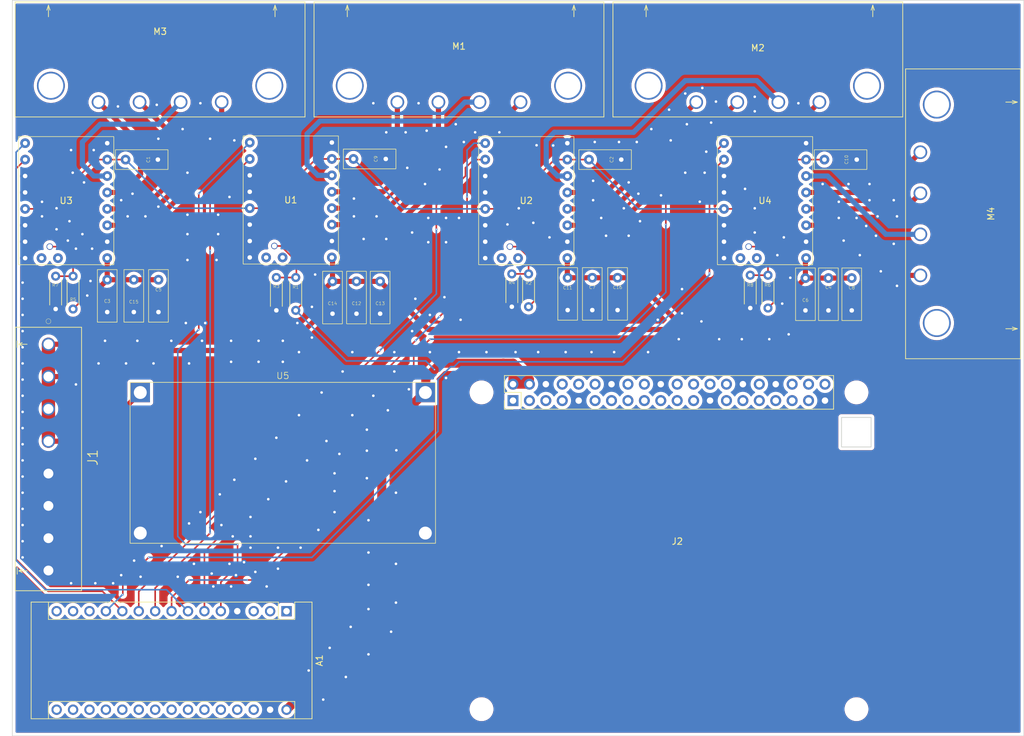
<source format=kicad_pcb>
(kicad_pcb (version 20211014) (generator pcbnew)
  (title_block (title "3D robot base PCB") (date "2022-06-25") (comment 1 "Made by:") (comment 2 "Abd AlHaleem Bakkor Mustafa"))
  (layers (0 "F.Cu" signal) (31 "B.Cu" signal) (34 "B.Paste" user) (35 "F.Paste" user) (36 "B.SilkS" user "B.Silkscreen") (37 "F.SilkS" user "F.Silkscreen") (38 "B.Mask" user) (39 "F.Mask" user) (44 "Edge.Cuts" user))
  (net 0 "")
  (net 4 "/-")
  (net 21 "/5")
  (net 22 "/+")
  (net 23 "/M11")
  (net 24 "/M12")
  (net 25 "/M13")
  (net 26 "/M14")
  (net 27 "/M21")
  (net 28 "/M22")
  (net 29 "/M23")
  (net 30 "/M24")
  (net 31 "/M31")
  (net 32 "/M32")
  (net 33 "/M33")
  (net 34 "/M34")
  (net 35 "/M41")
  (net 36 "/M42")
  (net 37 "/M43")
  (net 38 "/M44")
  (net 39 "Net-(R2-Pad2)")
  (net 40 "Net-(R5-Pad2)")
  (net 41 "Net-(R6-Pad2)")
  (net 42 "Net-(R1-Pad2)")
  (net 74 "/dir_1")
  (net 76 "/step_1")
  (net 78 "/dir_2")
  (net 80 "/step_2")
  (net 82 "/dir_3")
  (net 84 "/step_3")
  (net 86 "/dir_4")
  (net 88 "/step_4")
  (footprint "Resistor_THT:R_Axial_DIN0204_L3.6mm_D1.6mm_P5.08mm_Horizontal" (layer "F.Cu") (at 261.9248 116.2304 90)
    (fp_text reference "R4")
    (fp_text value "20k")
  )
  (footprint "Resistor_THT:R_Axial_DIN0204_L3.6mm_D1.6mm_P5.08mm_Horizontal" (layer "F.Cu") (at 225.5 116.79 90)
    (fp_text reference "R3")
    (fp_text value "20k")
  )
  (footprint "base TH:LM2596" (layer "F.Cu") (at 226.5 140.3712)
    (fp_text reference "U5")
    (fp_text value "LM2596")
  )
  (footprint "ICs:TMC2209 silent step stick" (layer "F.Cu") (at 264.16 99.822)
    (fp_text reference "U2")
    (fp_text value "TMC2209 silent step stick")
  )
  (footprint "Capacitors:R82DCXXXXCK50K" (layer "F.Cu") (at 274.3708 114.2492 -90)
    (fp_text reference "C7")
    (fp_text value "1u")
  )
  (footprint "Resistor_THT:R_Axial_DIN0204_L3.6mm_D1.6mm_P5.08mm_Horizontal" (layer "F.Cu") (at 228.5 116.79 90)
    (fp_text reference "R1")
    (fp_text value "20k")
  )
  (footprint "Module:Arduino_Nano" (layer "F.Cu") (at 227.076 163.322 -90)
    (fp_text reference "A1")
    (fp_text value "Arduino_Nano_v3.x")
  )
  (footprint "Capacitors:R82DCXXXXCK50K" (layer "F.Cu") (at 307.34 114.3 -90)
    (fp_text reference "C6")
    (fp_text value "10u")
  )
  (footprint "Resistor_THT:R_Axial_DIN0204_L3.6mm_D1.6mm_P5.08mm_Horizontal" (layer "F.Cu") (at 298.8056 116.4336 90)
    (fp_text reference "R8")
    (fp_text value "20k")
  )
  (footprint "Capacitors:R82DCXXXXCK50K" (layer "F.Cu") (at 314.5028 114.3 -90)
    (fp_text reference "C8")
    (fp_text value "100n")
  )
  (footprint "Capacitors:R82DCXXXXCK50K" (layer "F.Cu") (at 278.2824 114.2492 -90)
    (fp_text reference "C16")
    (fp_text value "100n")
  )
  (footprint "ICs:TMC2209 silent step stick" (layer "F.Cu") (at 227.7364 99.7204)
    (fp_text reference "U1")
    (fp_text value "TMC2209 silent step stick")
  )
  (footprint "Capacitors:R82DCXXXXCK50K" (layer "F.Cu") (at 312.7756 93.472 180)
    (fp_text reference "C10")
    (fp_text value "100n")
  )
  (footprint "Capacitors:R82DCXXXXCK50K" (layer "F.Cu") (at 310.896 114.3 -90)
    (fp_text reference "C4")
    (fp_text value "1u")
  )
  (footprint "Connectors:282856-8" (layer "F.Cu") (at 190.246 139.559501 -90)
    (fp_text reference "J1")
    (fp_text value "282856-8")
  )
  (footprint "Resistor_THT:R_Axial_DIN0204_L3.6mm_D1.6mm_P5.08mm_Horizontal" (layer "F.Cu") (at 194.056 116.586 90)
    (fp_text reference "R5")
    (fp_text value "20k")
  )
  (footprint "Modules:Raspberry pi 4" (layer "F.Cu") (at 297.18 153.924)
    (fp_text reference "J2")
    (fp_text value "Raspberry_Pi_2_3")
    (fp_rect (start 15.748 -20.574) (end 20.32 -16.002) (layer "Edge.Cuts") (width 0.12) (fill none))
  )
  (footprint "Connectors:1-350944-0" (layer "F.Cu") (at 207.518 84.582)
    (fp_text reference "M3")
    (fp_text value "Stepper_Motor_bipolar")
  )
  (footprint "Capacitors:R82DCXXXXCK50K" (layer "F.Cu") (at 207.264 114.554 -90)
    (fp_text reference "C5")
    (fp_text value "100n")
  )
  (footprint "Capacitors:R82DCXXXXCK50K" (layer "F.Cu") (at 237.8964 114.808 -90)
    (fp_text reference "C12")
    (fp_text value "1u")
  )
  (footprint "Connectors:1-350944-0" (layer "F.Cu") (at 325.12 101.854 -90)
    (fp_text reference "M4")
    (fp_text value "Stepper_Motor_bipolar")
  )
  (footprint "Capacitors:R82DCXXXXCK50K" (layer "F.Cu") (at 241.554 114.808 -90)
    (fp_text reference "C13")
    (fp_text value "100n")
  )
  (footprint "Resistor_THT:R_Axial_DIN0204_L3.6mm_D1.6mm_P5.08mm_Horizontal" (layer "F.Cu") (at 191.3636 116.586 90)
    (fp_text reference "R7")
    (fp_text value "20k")
  )
  (footprint "Resistor_THT:R_Axial_DIN0204_L3.6mm_D1.6mm_P5.08mm_Horizontal" (layer "F.Cu") (at 301.5488 116.4336 90)
    (fp_text reference "R6")
    (fp_text value "20k")
  )
  (footprint "Capacitors:R82DCXXXXCK50K" (layer "F.Cu") (at 203.454 114.554 -90)
    (fp_text reference "C15")
    (fp_text value "1u")
  )
  (footprint "Connectors:1-350944-0" (layer "F.Cu") (at 253.746 84.582)
    (fp_text reference "M1")
    (fp_text value "Stepper_Motor_bipolar")
  )
  (footprint "Resistor_THT:R_Axial_DIN0204_L3.6mm_D1.6mm_P5.08mm_Horizontal" (layer "F.Cu") (at 264.5156 116.2304 90)
    (fp_text reference "R2")
    (fp_text value "20k")
  )
  (footprint "ICs:TMC2209 silent step stick" (layer "F.Cu") (at 301.0916 99.822)
    (fp_text reference "U4")
    (fp_text value "TMC2209 silent step stick")
  )
  (footprint "Capacitors:R82DCXXXXCK50K" (layer "F.Cu") (at 270.5608 114.2492 -90)
    (fp_text reference "C11")
    (fp_text value "10u")
  )
  (footprint "Capacitors:R82DCXXXXCK50K" (layer "F.Cu") (at 276.352 93.472 180)
    (fp_text reference "C2")
    (fp_text value "100n")
  )
  (footprint "Capacitors:R82DCXXXXCK50K" (layer "F.Cu") (at 239.9284 93.3704 180)
    (fp_text reference "C9")
    (fp_text value "100n")
  )
  (footprint "ICs:TMC2209 silent step stick" (layer "F.Cu") (at 192.9892 99.822)
    (fp_text reference "U3")
    (fp_text value "TMC2209 silent step stick")
  )
  (footprint "Capacitors:R82DCXXXXCK50K" (layer "F.Cu") (at 234.188 114.808 -90)
    (fp_text reference "C14")
    (fp_text value "10u")
  )
  (footprint "Connectors:1-350944-0" (layer "F.Cu") (at 299.974 84.582)
    (fp_text reference "M2")
    (fp_text value "Stepper_Motor_bipolar")
  )
  (footprint "Capacitors:R82DCXXXXCK50K" (layer "F.Cu") (at 204.6732 93.472 180)
    (fp_text reference "C1")
    (fp_text value "100n")
  )
  (footprint "Capacitors:R82DCXXXXCK50K" (layer "F.Cu") (at 199.3392 114.554 -90)
    (fp_text reference "C3")
    (fp_text value "10u")
  )
  (gr_rect (start 184.658 68.834) (end 341.122 182.626) (layer "Edge.Cuts") (width 0.1) (fill none))
  (via (at 244 145) (size 0.8) (drill 0.4) (layers "F.Cu" "B.Cu") (net 4))
  (via (at 242.5 89.25) (size 0.8) (drill 0.4) (layers "F.Cu" "B.Cu") (net 4))
  (via (at 193.742979 91.999746) (size 0.8) (drill 0.4) (layers "F.Cu" "B.Cu") (net 4))
  (via (at 193.25 106) (size 0.8) (drill 0.4) (layers "F.Cu" "B.Cu") (net 4))
  (via (at 256.25 89.25) (size 0.8) (drill 0.4) (layers "F.Cu" "B.Cu") (net 4))
  (via (at 186.25 125) (size 0.8) (drill 0.4) (layers "F.Cu" "B.Cu") (net 4))
  (via (at 200.25 159) (size 0.8) (drill 0.4) (layers "F.Cu" "B.Cu") (net 4))
  (via (at 240.5 130) (size 0.8) (drill 0.4) (layers "F.Cu" "B.Cu") (net 4))
  (via (at 261.25 103.5) (size 0.8) (drill 0.4) (layers "F.Cu" "B.Cu") (net 4))
  (via (at 244.059398 138.433471) (size 0.8) (drill 0.4) (layers "F.Cu" "B.Cu") (net 4))
  (via (at 281.5 98.75) (size 0.8) (drill 0.4) (layers "F.Cu" "B.Cu") (net 4))
  (via (at 235.25 139) (size 0.8) (drill 0.4) (layers "F.Cu" "B.Cu") (net 4))
  (via (at 237 165.75) (size 0.8) (drill 0.4) (layers "F.Cu" "B.Cu") (net 4))
  (via (at 186.25 140) (size 0.8) (drill 0.4) (layers "F.Cu" "B.Cu") (net 4))
  (via (at 186.25 152.5) (size 0.8) (drill 0.4) (layers "F.Cu" "B.Cu") (net 4))
  (via (at 251.75 127.25) (size 0.8) (drill 0.4) (layers "F.Cu" "B.Cu") (net 4))
  (via (at 304 105.5) (size 0.8) (drill 0.4) (layers "F.Cu" "B.Cu") (net 4))
  (via (at 239.5 135.25) (size 0.8) (drill 0.4) (layers "F.Cu" "B.Cu") (net 4))
  (via (at 241 102.25) (size 0.8) (drill 0.4) (layers "F.Cu" "B.Cu") (net 4))
  (via (at 221.5 151.75) (size 0.8) (drill 0.4) (layers "F.Cu" "B.Cu") (net 4))
  (via (at 242.75 132.25) (size 0.8) (drill 0.4) (layers "F.Cu" "B.Cu") (net 4))
  (via (at 233.25 137) (size 0.8) (drill 0.4) (layers "F.Cu" "B.Cu") (net 4))
  (via (at 286.5 90.5) (size 0.8) (drill 0.4) (layers "F.Cu" "B.Cu") (net 4))
  (via (at 186.25 120) (size 0.8) (drill 0.4) (layers "F.Cu" "B.Cu") (net 4))
  (via (at 267.75 105.5) (size 0.8) (drill 0.4) (layers "F.Cu" "B.Cu") (net 4))
  (via (at 281.25 90.75) (size 0.8) (drill 0.4) (layers "F.Cu" "B.Cu") (net 4))
  (via (at 211.75 105) (size 0.8) (drill 0.4) (layers "F.Cu" "B.Cu") (net 4))
  (via (at 225.5 136.5) (size 0.8) (drill 0.4) (layers "F.Cu" "B.Cu") (net 4))
  (via (at 211 88.75) (size 0.8) (drill 0.4) (layers "F.Cu" "B.Cu") (net 4))
  (via (at 226.5 121.5) (size 0.8) (drill 0.4) (layers "F.Cu" "B.Cu") (net 4))
  (via (at 253.75 102.5) (size 0.8) (drill 0.4) (layers "F.Cu" "B.Cu") (net 4))
  (via (at 280 105.25) (size 0.8) (drill 0.4) (layers "F.Cu" "B.Cu") (net 4))
  (via (at 186.25 127.5) (size 0.8) (drill 0.4) (layers "F.Cu" "B.Cu") (net 4))
  (via (at 194.5 128.25) (size 0.8) (drill 0.4) (layers "F.Cu" "B.Cu") (net 4))
  (via (at 220.5 155.75) (size 0.8) (drill 0.4) (layers "F.Cu" "B.Cu") (net 4))
  (via (at 291.25 118.5) (size 0.8) (drill 0.4) (layers "F.Cu" "B.Cu") (net 4))
  (via (at 203.25 98.75) (size 0.8) (drill 0.4) (layers "F.Cu" "B.Cu") (net 4))
  (via (at 253.75 123.25) (size 0.8) (drill 0.4) (layers "F.Cu" "B.Cu") (net 4))
  (via (at 316.738454 103.736472) (size 0.8) (drill 0.4) (layers "F.Cu" "B.Cu") (net 4))
  (via (at 270.25 123.25) (size 0.8) (drill 0.4) (layers "F.Cu" "B.Cu") (net 4))
  (via (at 213.75 148) (size 0.8) (drill 0.4) (layers "F.Cu" "B.Cu") (net 4))
  (via (at 239.75 154.25) (size 0.8) (drill 0.4) (layers "F.Cu" "B.Cu") (net 4))
  (via (at 292 92.25) (size 0.8) (drill 0.4) (layers "F.Cu" "B.Cu") (net 4))
  (via (at 248.75 89) (size 0.8) (drill 0.4) (layers "F.Cu" "B.Cu") (net 4))
  (via (at 288.25 113.5) (size 0.8) (drill 0.4) (layers "F.Cu" "B.Cu") (net 4))
  (via (at 239.75 170) (size 0.8) (drill 0.4) (layers "F.Cu" "B.Cu") (net 4))
  (via (at 193.75 159) (size 0.8) (drill 0.4) (layers "F.Cu" "B.Cu") (net 4))
  (via (at 239.75 149.25) (size 0.8) (drill 0.4) (layers "F.Cu" "B.Cu") (net 4))
  (via (at 237.5 102.25) (size 0.8) (drill 0.4) (layers "F.Cu" "B.Cu") (net 4))
  (via (at 232.75 177) (size 0.8) (drill 0.4) (layers "F.Cu" "B.Cu") (net 4))
  (via (at 312.5 102.5) (size 0.8) (drill 0.4) (layers "F.Cu" "B.Cu") (net 4))
  (via (at 229 123.25) (size 0.8) (drill 0.4) (layers "F.Cu" "B.Cu") (net 4))
  (via (at 258 123.25) (size 0.8) (drill 0.4) (layers "F.Cu" "B.Cu") (net 4))
  (via (at 203.5 155.5) (size 0.8) (drill 0.4) (layers "F.Cu" "B.Cu") (net 4))
  (via (at 281.75 103) (size 0.8) (drill 0.4) (layers "F.Cu" "B.Cu") (net 4))
  (via (at 186.25 115) (size 0.8) (drill 0.4) (layers "F.Cu" "B.Cu") (net 4))
  (via (at 210.25 158) (size 0.8) (drill 0.4) (layers "F.Cu" "B.Cu") (net 4))
  (via (at 321.5 102.25) (size 0.8) (drill 0.4) (layers "F.Cu" "B.Cu") (net 4))
  (via (at 249 102.5) (size 0.8) (drill 0.4) (layers "F.Cu" "B.Cu") (net 4))
  (via (at 221.5 148.75) (size 0.8) (drill 0.4) (layers "F.Cu" "B.Cu") (net 4))
  (via (at 288.25 117.25) (size 0.8) (drill 0.4) (layers "F.Cu" "B.Cu") (net 4))
  (via (at 240.5 84.75) (size 0.8) (drill 0.4) (layers "F.Cu" "B.Cu") (net 4))
  (via (at 237.25 123.25) (size 0.8) (drill 0.4) (layers "F.Cu" "B.Cu") (net 4))
  (via (at 266 123.25) (size 0.8) (drill 0.4) (layers "F.Cu" "B.Cu") (net 4))
  (via (at 211.75 109) (size 0.8) (drill 0.4) (layers "F.Cu" "B.Cu") (net 4))
  (via (at 224.25 146) (size 0.8) (drill 0.4) (layers "F.Cu" "B.Cu") (net 4))
  (via (at 225.75 156.75) (size 0.8) (drill 0.4) (layers "F.Cu" "B.Cu") (net 4))
  (via (at 239.5 138.5) (size 0.8) (drill 0.4) (layers "F.Cu" "B.Cu") (net 4))
  (via (at 306.25 84.75) (size 0.8) (drill 0.4) (layers "F.Cu" "B.Cu") (net 4))
  (via (at 193.5 103) (size 0.8) (drill 0.4) (layers "F.Cu" "B.Cu") (net 4))
  (via (at 243.75 123.25) (size 0.8) (drill 0.4) (layers "F.Cu" "B.Cu") (net 4))
  (via (at 278.5 90.75) (size 0.8) (drill 0.4) (layers "F.Cu" "B.Cu") (net 4))
  (via (at 212 149.75) (size 0.8) (drill 0.4) (layers "F.Cu" "B.Cu") (net 4))
  (via (at 215.5 157.5) (size 0.8) (drill 0.4) (layers "F.Cu" "B.Cu") (net 4))
  (via (at 237.25 133) (size 0.8) (drill 0.4) (layers "F.Cu" "B.Cu") (net 4))
  (via (at 196.25 114.5) (size 0.8) (drill 0.4) (layers "F.Cu" "B.Cu") (net 4))
  (via (at 286.25 85.75) (size 0.8) (drill 0.4) (layers "F.Cu" "B.Cu") (net 4))
  (via (at 214 121.5) (size 0.8) (drill 0.4) (layers "F.Cu" "B.Cu") (net 4))
  (via (at 186.25 122.5) (size 0.8) (drill 0.4) (layers "F.Cu" "B.Cu") (net 4))
  (via (at 294 121.25) (size 0.8) (drill 0.4) (layers "F.Cu" "B.Cu") (net 4))
  (via (at 231 121) (size 0.8) (drill 0.4) (layers "F.Cu" "B.Cu") (net 4))
  (via (at 251.75 91.5) (size 0.8) (drill 0.4) (layers "F.Cu" "B.Cu") (net 4))
  (via (at 289 88) (size 0.8) (drill 0.4) (layers "F.Cu" "B.Cu") (net 4))
  (via (at 207 85) (size 0.8) (drill 0.4) (layers "F.Cu" "B.Cu") (net 4))
  (via (at 205.25 102.25) (size 0.8) (drill 0.4) (layers "F.Cu" "B.Cu") (net 4))
  (via (at 268.320115 91.288804) (size 0.8) (drill 0.4) (layers "F.Cu" "B.Cu") (net 4))
  (via (at 197 107.25) (size 0.8) (drill 0.4) (layers "F.Cu" "B.Cu") (net 4))
  (via (at 219.25 157.75) (size 0.8) (drill 0.4) (layers "F.Cu" "B.Cu") (net 4))
  (via (at 234.5 144.75) (size 0.8) (drill 0.4) (layers "F.Cu" "B.Cu") (net 4))
  (via (at 186.25 135) (size 0.8) (drill 0.4) (layers "F.Cu" "B.Cu") (net 4))
  (via (at 249.25 117.5) (size 0.8) (drill 0.4) (layers "F.Cu" "B.Cu") (net 4))
  (via (at 216.5 105) (size 0.8) (drill 0.4) (layers "F.Cu" "B.Cu") (net 4))
  (via (at 207.25 90.25) (size 0.8) (drill 0.4) (layers "F.Cu" "B.Cu") (net 4))
  (via (at 213.75 84.75) (size 0.8) (drill 0.4) (layers "F.Cu" "B.Cu") (net 4))
  (via (at 312.5 100) (size 0.8) (drill 0.4) (layers "F.Cu" "B.Cu") (net 4))
  (via (at 275.75 102.5) (size 0.8) (drill 0.4) (layers "F.Cu" "B.Cu") (net 4))
  (via (at 263 101) (size 0.8) (drill 0.4) (layers "F.Cu" "B.Cu") (net 4))
  (via (at 228.75 118.75) (size 0.8) (drill 0.4) (layers "F.Cu" "B.Cu") (net 4))
  (via (at 288.75 83.25) (size 0.8) (drill 0.4) (layers "F.Cu" "B.Cu") (net 4))
  (via (at 215.25 90.25) (size 0.8) (drill 0.4) (layers "F.Cu" "B.Cu") (net 4))
  (via (at 234.5 148) (size 0.8) (drill 0.4) (layers "F.Cu" "B.Cu") (net 4))
  (via (at 247 115) (size 0.8) (drill 0.4) (layers "F.Cu" "B.Cu") (net 4))
  (via (at 218.25 99.25) (size 0.8) (drill 0.4) (layers "F.Cu" "B.Cu") (net 4))
  (via (at 218.5 121.5) (size 0.8) (drill 0.4) (layers "F.Cu" "B.Cu") (net 4))
  (via (at 230.5 172.5) (size 0.8) (drill 0.4) (layers "F.Cu" "B.Cu") (net 4))
  (via (at 246.5 120) (size 0.8) (drill 0.4) (layers "F.Cu" "B.Cu") (net 4))
  (via (at 313.25 106) (size 0.8) (drill 0.4) (layers "F.Cu" "B.Cu") (net 4))
  (via (at 194 95.5) (size 0.8) (drill 0.4) (layers "F.Cu" "B.Cu") (net 4))
  (via (at 274.5 99.75) (size 0.8) (drill 0.4) (layers "F.Cu" "B.Cu") (net 4))
  (via (at 186.25 130) (size 0.8) (drill 0.4) (layers "F.Cu" "B.Cu") (net 4))
  (via (at 239 105.75) (size 0.8) (drill 0.4) (layers "F.Cu" "B.Cu") (net 4))
  (via (at 218.25 156) (size 0.8) (drill 0.4) (layers "F.Cu" "B.Cu") (net 4))
  (via (at 235.75 126.25) (size 0.8) (drill 0.4) (layers "F.Cu" "B.Cu") (net 4))
  (via (at 246 129) (size 0.8) (drill 0.4) (layers "F.Cu" "B.Cu") (net 4))
  (via (at 195.5 105) (size 0.8) (drill 0.4) (layers "F.Cu" "B.Cu") (net 4))
  (via (at 186.25 150) (size 0.8) (drill 0.4) (layers "F.Cu" "B.Cu") (net 4))
  (via (at 236.25 173.5) (size 0.8) (drill 0.4) (layers "F.Cu" "B.Cu") (net 4))
  (via (at 189.25 100) (size 0.8) (drill 0.4) (layers "F.Cu" "B.Cu") (net 4))
  (via (at 218.5 124.75) (size 0.8) (drill 0.4) (layers "F.Cu" "B.Cu") (net 4))
  (via (at 219 90.5) (size 0.8) (drill 0.4) (layers "F.Cu" "B.Cu") (net 4))
  (via (at 189.25 102.25) (size 0.8) (drill 0.4) (layers "F.Cu" "B.Cu") (net 4))
  (via (at 202.25 125) (size 0.8) (drill 0.4) (layers "F.Cu" "B.Cu") (net 4))
  (via (at 251.5 114.75) (size 0.8) (drill 0.4) (layers "F.Cu" "B.Cu") (net 4))
  (via (at 260 89.25) (size 0.8) (drill 0.4) (layers "F.Cu" "B.Cu") (net 4))
  (via (at 321.5 113) (size 0.8) (drill 0.4) (layers "F.Cu" "B.Cu") (net 4))
  (via (at 219 143) (size 0.8) (drill 0.4) (layers "F.Cu" "B.Cu") (net 4))
  (via (at 274.5 96.75) (size 0.8) (drill 0.4) (layers "F.Cu" "B.Cu") (net 4))
  (via (at 292.75 87.75) (size 0.8) (drill 0.4) (layers "F.Cu" "B.Cu") (net 4))
  (via (at 303 108.25) (size 0.8) (drill 0.4) (layers "F.Cu" "B.Cu") (net 4))
  (via (at 288.75 95.5) (size 0.8) (drill 0.4) (layers "F.Cu" "B.Cu") (net 4))
  (via (at 198 125) (size 0.8) (drill 0.4) (layers "F.Cu" "B.Cu") (net 4))
  (via (at 186.25 142.5) (size 0.8) (drill 0.4) (layers "F.Cu" "B.Cu") (net 4))
  (via (at 217 150) (size 0.8) (drill 0.4) (layers "F.Cu" "B.Cu") (net 4))
  (via (at 243.25 166.5) (size 0.8) (drill 0.4) (layers "F.Cu" "B.Cu") (net 4))
  (via (at 299.5 104.75) (size 0.8) (drill 0.4) (layers "F.Cu" "B.Cu") (net 4))
  (via (at 242.5 105.75) (size 0.8) (drill 0.4) (layers "F.Cu" "B.Cu") (net 4))
  (via (at 244 156) (size 0.8) (drill 0.4) (layers "F.Cu" "B.Cu") (net 4))
  (via (at 227 143.25) (size 0.8) (drill 0.4) (layers "F.Cu" "B.Cu") (net 4))
  (via (at 285 99) (size 0.8) (drill 0.4) (layers "F.Cu" "B.Cu") (net 4))
  (via (at 321 99.75) (size 0.8) (drill 0.4) (layers "F.Cu" "B.Cu") (net 4))
  (via (at 280 97) (size 0.8) (drill 0.4) (layers "F.Cu" "B.Cu") (net 4))
  (via (at 315.75 108.25) (size 0.8) (drill 0.4) (layers "F.Cu" "B.Cu") (net 4))
  (via (at 265.25 103.25) (size 0.8) (drill 0.4) (layers "F.Cu" "B.Cu") (net 4))
  (via (at 233.75 169) (size 0.8) (drill 0.4) (layers "F.Cu" "B.Cu") (net 4))
  (via (at 234.5 142) (size 0.8) (drill 0.4) (layers "F.Cu" "B.Cu") (net 4))
  (via (at 186.25 147.5) (size 0.8) (drill 0.4) (layers "F.Cu" "B.Cu") (net 4))
  (via (at 251.75 106.25) (size 0.8) (drill 0.4) (layers "F.Cu" "B.Cu") (net 4))
  (via (at 229.25 153.5) (size 0.8) (drill 0.4) (layers "F.Cu" "B.Cu") (net 4))
  (via (at 318.5 102.25) (size 0.8) (drill 0.4) (layers "F.Cu" "B.Cu") (net 4))
  (via (at 237.5 99.5) (size 0.8) (drill 0.4) (layers "F.Cu" "B.Cu") (net 4))
  (via (at 248.5 97.25) (size 0.8) (drill 0.4) (layers "F.Cu" "B.Cu") (net 4))
  (via (at 201 85.25) (size 0.8) (drill 0.4) (layers "F.Cu" "B.Cu") (net 4))
  (via (at 277.75 123.25) (size 0.8) (drill 0.4) (layers "F.Cu" "B.Cu") (net 4))
  (via (at 222.25 157.25) (size 0.8) (drill 0.4) (layers "F.Cu" "B.Cu") (net 4))
  (via (at 249.25 123.25) (size 0.8) (drill 0.4) (layers "F.Cu" "B.Cu") (net 4))
  (via (at 303.75 115.75) (size 0.8) (drill 0.4) (layers "F.Cu" "B.Cu") (net 4))
  (via (at 230.25 140) (size 0.8) (drill 0.4) (layers "F.Cu" "B.Cu") (net 4))
  (via (at 254 118.25) (size 0.8) (drill 0.4) (layers "F.Cu" "B.Cu") (net 4))
  (via (at 232.5 129.5) (size 0.8) (drill 0.4) (layers "F.Cu" "B.Cu") (net 4))
  (via (at 283.5 88.75) (size 0.8) (drill 0.4) (layers "F.Cu" "B.Cu") (net 4))
  (via (at 186.25 132.5) (size 0.8) (drill 0.4) (layers "F.Cu" "B.Cu") (net 4))
  (via (at 293.5 84.5) (size 0.8) (drill 0.4) (layers "F.Cu" "B.Cu") (net 4))
  (via (at 283 123.25) (size 0.8) (drill 0.4) (layers "F.Cu" "B.Cu") (net 4))
  (via (at 186.25 117.5) (size 0.8) (drill 0.4) (layers "F.Cu" "B.Cu") (net 4))
  (via (at 318.25 105.25) (size 0.8) (drill 0.4) (layers "F.Cu" "B.Cu") (net 4))
  (via (at 243.75 126.25) (size 0.8) (drill 0.4) (layers "F.Cu" "B.Cu") (net 4))
  (via (at 218.5 159.5) (size 0.8) (drill 0.4) (layers "F.Cu" "B.Cu") (net 4))
  (via (at 274.25 123.25) (size 0.8) (drill 0.4) (layers "F.Cu" "B.Cu") (net 4))
  (via (at 216.5 102) (size 0.8) (drill 0.4) (layers "F.Cu" "B.Cu") (net 4))
  (via (at 209.25 121.5) (size 0.8) (drill 0.4) (layers "F.Cu" "B.Cu") (net 4))
  (via (at 276.5 105.25) (size 0.8) (drill 0.4) (layers "F.Cu" "B.Cu") (net 4))
  (via (at 226.5 124.75) (size 0.8) (drill 0.4) (layers "F.Cu" "B.Cu") (net 4))
  (via (at 314 97.25) (size 0.8) (drill 0.4) (layers "F.Cu" "B.Cu") (net 4))
  (via (at 212 125) (size 0.8) (drill 0.4) (layers "F.Cu" "B.Cu") (net 4))
  (via (at 239.75 163) (size 0.8) (drill 0.4) (layers "F.Cu" "B.Cu") (net 4))
  (via (at 186.25 137.5) (size 0.8) (drill 0.4) (layers "F.Cu" "B.Cu") (net 4))
  (via (at 315.25 102.5) (size 0.8) (drill 0.4) (layers "F.Cu" "B.Cu") (net 4))
  (via (at 251.75 102.5) (size 0.8) (drill 0.4) (layers "F.Cu" "B.Cu") (net 4))
  (via (at 301.75 121.25) (size 0.8) (drill 0.4) (layers "F.Cu" "B.Cu") (net 4))
  (via (at 317.25 99.75) (size 0.8) (drill 0.4) (layers "F.Cu" "B.Cu") (net 4))
  (via (at 214.5 118.75) (size 0.8) (drill 0.4) (layers "F.Cu" "B.Cu") (net 4))
  (via (at 305 111.75) (size 0.8) (drill 0.4) (layers "F.Cu" "B.Cu") (net 4))
  (via (at 290.996366 99.991174) (size 0.8) (drill 0.4) (layers "F.Cu" "B.Cu") (net 4))
  (via (at 212.75 156) (size 0.8) (drill 0.4) (layers "F.Cu" "B.Cu") (net 4))
  (via (at 319 110.75) (size 0.8) (drill 0.4) (layers "F.Cu" "B.Cu") (net 4))
  (via (at 304.75 120.5) (size 0.8) (drill 0.4) (layers "F.Cu" "B.Cu") (net 4))
  (via (at 291.75 95.5) (size 0.8) (drill 0.4) (layers "F.Cu" "B.Cu") (net 4))
  (via (at 216.25 109) (size 0.8) (drill 0.4) (layers "F.Cu" "B.Cu") (net 4))
  (via (at 202.5 102.25) (size 0.8) (drill 0.4) (layers "F.Cu" "B.Cu") (net 4))
  (via (at 207.25 100.75) (size 0.8) (drill 0.4) (layers "F.Cu" "B.Cu") (net 4))
  (via (at 299.5 86) (size 0.8) (drill 0.4) (layers "F.Cu" "B.Cu") (net 4))
  (via (at 225.75 153.5) (size 0.8) (drill 0.4) (layers "F.Cu" "B.Cu") (net 4))
  (via (at 245.75 94.75) (size 0.8) (drill 0.4) (layers "F.Cu" "B.Cu") (net 4))
  (via (at 218.75 151.75) (size 0.8) (drill 0.4) (layers "F.Cu" "B.Cu") (net 4))
  (via (at 201.5 157.75) (size 0.8) (drill 0.4) (layers "F.Cu" "B.Cu") (net 4))
  (via (at 204 121.5) (size 0.8) (drill 0.4) (layers "F.Cu" "B.Cu") (net 4))
  (via (at 224 159.5) (size 0.8) (drill 0.4) (layers "F.Cu" "B.Cu") (net 4))
  (via (at 186.25 145) (size 0.8) (drill 0.4) (layers "F.Cu" "B.Cu") (net 4))
  (via (at 211.75 102) (size 0.8) (drill 0.4) (layers "F.Cu" "B.Cu") (net 4))
  (via (at 194.5 107.25) (size 0.8) (drill 0.4) (layers "F.Cu" "B.Cu") (net 4))
  (via (at 204.5 158) (size 0.8) (drill 0.4) (layers "F.Cu" "B.Cu") (net 4))
  (via (at 244 162) (size 0.8) (drill 0.4) (layers "F.Cu" "B.Cu") (net 4))
  (via (at 317.25 97.25) (size 0.8) (drill 0.4) (layers "F.Cu" "B.Cu") (net 4))
  (via (at 299.5 83.75) (size 0.8) (drill 0.4) (layers "F.Cu" "B.Cu") (net 4))
  (via (at 207.75 153.25) (size 0.8) (drill 0.4) (layers "F.Cu" "B.Cu") (net 4))
  (via (at 231 116.25) (size 0.8) (drill 0.4) (layers "F.Cu" "B.Cu") (net 4))
  (via (at 246.5 104.75) (size 0.8) (drill 0.4) (layers "F.Cu" "B.Cu") (net 4))
  (via (at 199 121.5) (size 0.8) (drill 0.4) (layers "F.Cu" "B.Cu") (net 4))
  (via (at 254.5 90.75) (size 0.8) (drill 0.4) (layers "F.Cu" "B.Cu") (net 4))
  (via (at 284.5 118.25) (size 0.8) (drill 0.4) (layers "F.Cu" "B.Cu") (net 4))
  (via (at 195.75 97) (size 0.8) (drill 0.4) (layers "F.Cu" "B.Cu") (net 4))
  (via (at 191.5 101) (size 0.8) (drill 0.4) (layers "F.Cu" "B.Cu") (net 4))
  (via (at 191.5 104.25) (size 0.8) (drill 0.4) (layers "F.Cu" "B.Cu") (net 4))
  (via (at 197.5 159) (size 0.8) (drill 0.4) (layers "F.Cu" "B.Cu") (net 4))
  (via (at 298 98) (size 0.8) (drill 0.4) (layers "F.Cu" "B.Cu") (net 4))
  (via (at 232 150.75) (size 0.8) (drill 0.4) (layers "F.Cu" "B.Cu") (net 4))
  (via (at 287.75 121.25) (size 0.8) (drill 0.4) (layers "F.Cu" "B.Cu") (net 4))
  (via (at 247.5 84.75) (size 0.8) (drill 0.4) (layers "F.Cu" "B.Cu") (net 4))
  (via (at 211.75 95.5) (size 0.8) (drill 0.4) (layers "F.Cu" "B.Cu") (net 4))
  (via (at 222.25 139.75) (size 0.8) (drill 0.4) (layers "F.Cu" "B.Cu") (net 4))
  (via (at 291.388553 82.396101) (size 0.8) (drill 0.4) (layers "F.Cu" "B.Cu") (net 4))
  (via (at 196.75 112.25) (size 0.8) (drill 0.4) (layers "F.Cu" "B.Cu") (net 4))
  (via (at 197.25 92) (size 0.8) (drill 0.4) (layers "F.Cu" "B.Cu") (net 4))
  (via (at 186.25 112.5) (size 0.8) (drill 0.4) (layers "F.Cu" "B.Cu") (net 4))
  (via (at 262.5 123.25) (size 0.8) (drill 0.4) (layers "F.Cu" "B.Cu") (net 4))
  (via (at 274.75 90.75) (size 0.8) (drill 0.4) (layers "F.Cu" "B.Cu") (net 4))
  (via (at 297.5 121.25) (size 0.8) (drill 0.4) (layers "F.Cu" "B.Cu") (net 4))
  (via (at 253.25 88) (size 0.8) (drill 0.4) (layers "F.Cu" "B.Cu") (net 4))
  (via (at 211.5 118.75) (size 0.8) (drill 0.4) (layers "F.Cu" "B.Cu") (net 4))
  (via (at 229 133) (size 0.8) (drill 0.4) (layers "F.Cu" "B.Cu") (net 4))
  (via (at 250.75 95) (size 0.8) (drill 0.4) (layers "F.Cu" "B.Cu") (net 4))
  (via (at 321 106.5) (size 0.8) (drill 0.4) (layers "F.Cu" "B.Cu") (net 4))
  (via (at 239.75 159.25) (size 0.8) (drill 0.4) (layers "F.Cu" "B.Cu") (net 4))
  (via (at 239.5 142.75) (size 0.8) (drill 0.4) (layers "F.Cu" "B.Cu") (net 4))
  (via (at 222.75 124.75) (size 0.8) (drill 0.4) (layers "F.Cu" "B.Cu") (net 4))
  (via (at 216.75 145.25) (size 0.8) (drill 0.4) (layers "F.Cu" "B.Cu") (net 4))
  (via (at 245.5 89.25) (size 0.8) (drill 0.4) (layers "F.Cu" "B.Cu") (net 4))
  (via (at 222.75 121.5) (size 0.8) (drill 0.4) (layers "F.Cu" "B.Cu") (net 4))
  (via (at 231.5 111.25) (size 0.8) (drill 0.4) (layers "F.Cu" "B.Cu") (net 4))
  (via (at 186.25 155) (size 0.8) (drill 0.4) (layers "F.Cu" "B.Cu") (net 4))
  (via (at 249 106.25) (size 0.8) (drill 0.4) (layers "F.Cu" "B.Cu") (net 4))
  (via (at 265.75 91.25) (size 0.8) (drill 0.4) (layers "F.Cu" "B.Cu") (net 4))
  (via (at 221.5 153.5) (size 0.8) (drill 0.4) (layers "F.Cu" "B.Cu") (net 4))
  (via (at 201.5 99.75) (size 0.8) (drill 0.4) (layers "F.Cu" "B.Cu") (net 4))
  (via (at 310 97.25) (size 0.8) (drill 0.4) (layers "F.Cu" "B.Cu") (net 4))
  (via (at 279.25 101) (size 0.8) (drill 0.4) (layers "F.Cu" "B.Cu") (net 4))
  (via (at 206.5 125) (size 0.8) (drill 0.4) (layers "F.Cu" "B.Cu") (net 4))
  (via (at 299.5 101) (size 0.8) (drill 0.4) (layers "F.Cu" "B.Cu") (net 4))
  (via (at 215.75 159.5) (size 0.8) (drill 0.4) (layers "F.Cu" "B.Cu") (net 4))
  (segment (start 241.808 163.83) (end 227.076 178.562) (width 1.4) (layer "F.Cu") (net 21))
  (segment (start 260.908 101.092) (end 257.81 101.092) (width 0.25) (layer "F.Cu") (net 21))
  (segment (start 189.908 101.092) (end 186.6392 101.092) (width 0.25) (layer "F.Cu") (net 21))
  (segment (start 260.908 101.092) (end 266.746 106.93) (width 0.25) (layer "F.Cu") (net 21))
  (segment (start 248.6152 127.3048) (end 249.96 125.96) (width 1.4) (layer "F.Cu") (net 21))
  (segment (start 294.7416 101.092) (end 297.408 101.092) (width 0.25) (layer "F.Cu") (net 21))
  (segment (start 263.652 126.492) (end 264.6452 127.4852) (width 1.4) (layer "F.Cu") (net 21))
  (segment (start 195.533 115.109) (end 194.056 116.586) (width 0.25) (layer "F.Cu") (net 21))
  (segment (start 189.908 101.092) (end 195.533 106.717) (width 0.25) (layer "F.Cu") (net 21))
  (segment (start 231.6296 93.3704) (end 224.0096 100.9904) (width 0.25) (layer "F.Cu") (net 21))
  (segment (start 248.6152 129.3368) (end 241.808 136.144) (width 1.4) (layer "F.Cu") (net 21))
  (segment (start 263.652 126.6626) (end 263.652 126.492) (width 1.4) (layer "F.Cu") (net 21))
  (segment (start 304 113.9824) (end 301.5488 116.4336) (width 0.25) (layer "F.Cu") (net 21))
  (segment (start 266.746 114) (end 266.746 107.754) (width 0.25) (layer "F.Cu") (net 21))
  (segment (start 250.952 124.968) (end 260.604 124.968) (width 1.4) (layer "F.Cu") (net 21))
  (segment (start 262.128 124.968) (end 263.652 126.492) (width 1.4) (layer "F.Cu") (net 21))
  (segment (start 264.6452 127.4852) (end 264.6452 128.2094) (width 1.4) (layer "F.Cu") (net 21))
  (segment (start 230.5 114.79) (end 228.5 116.79) (width 0.25) (layer "F.Cu") (net 21))
  (segment (start 197.528 93.472) (end 189.908 101.092) (width 0.25) (layer "F.Cu") (net 21))
  (segment (start 199.3392 93.472) (end 197.528 93.472) (width 0.25) (layer "F.Cu") (net 21))
  (segment (start 260.604 124.968) (end 262.128 124.968) (width 1.4) (layer "F.Cu") (net 21))
  (segment (start 249.96 125.96) (end 250.952 124.968) (width 1.4) (layer "F.Cu") (net 21))
  (segment (start 224.0096 100.9904) (end 221.3864 100.9904) (width 0.25) (layer "F.Cu") (net 21))
  (segment (start 234.0864 93.3704) (end 237.4284 93.3704) (width 0.25) (layer "F.Cu") (net 21))
  (segment (start 262.1052 128.2094) (end 264.6452 128.2094) (width 1.4) (layer "F.Cu") (net 21))
  (segment (start 234.0864 93.3704) (end 231.6296 93.3704) (width 0.25) (layer "F.Cu") (net 21))
  (segment (start 248.6152 129.3368) (end 248.6152 127.3048) (width 1.4) (layer "F.Cu") (net 21))
  (segment (start 305.028 93.472) (end 307.4416 93.472) (width 0.25) (layer "F.Cu") (net 21))
  (segment (start 264.5156 116.2304) (end 266.746 114) (width 0.25) (layer "F.Cu") (net 21))
  (segment (start 262.1052 126.4692) (end 260.604 124.968) (width 1.4) (layer "F.Cu") (net 21))
  (segment (start 224.0096 100.9904) (end 230.5 107.4808) (width 0.25) (layer "F.Cu") (net 21))
  (segment (start 304 107.684) (end 304 113.9824) (width 0.25) (layer "F.Cu") (net 21))
  (segment (start 297.408 101.092) (end 304 107.684) (width 0.25) (layer "F.Cu") (net 21))
  (segment (start 268.528 93.472) (end 260.908 101.092) (width 0.25) (layer "F.Cu") (net 21))
  (segment (start 262.1052 128.2094) (end 263.652 126.6626) (width 1.4) (layer "F.Cu") (net 21))
  (segment (start 266.746 106.93) (end 266.746 107.754) (width 0.25) (layer "F.Cu") (net 21))
  (segment (start 195.533 106.717) (end 195.533 115.109) (width 0.25) (layer "F.Cu") (net 21))
  (segment (start 273.852 93.472) (end 270.51 93.472) (width 0.25) (layer "F.Cu") (net 21))
  (segment (start 241.808 136.144) (end 241.808 163.83) (width 1.4) (layer "F.Cu") (net 21))
  (segment (start 297.408 101.092) (end 305.028 93.472) (width 0.25) (layer "F.Cu") (net 21))
  (segment (start 262.1052 128.2094) (end 262.1052 126.4692) (width 1.4) (layer "F.Cu") (net 21))
  (segment (start 202.1732 93.472) (end 199.3392 93.472) (width 0.25) (layer "F.Cu") (net 21))
  (segment (start 230.5 107.4808) (end 230.5 114.79) (width 0.25) (layer "F.Cu") (net 21))
  (segment (start 270.51 93.472) (end 268.528 93.472) (width 0.25) (layer "F.Cu") (net 21))
  (segment (start 307.4416 93.472) (end 310.2756 93.472) (width 0.25) (layer "F.Cu") (net 21))
  (via (at 249.96 125.96) (size 0.3) (drill 0.15) (layers "F.Cu" "B.Cu") (net 21))
  (segment (start 294.7416 101.092) (end 281.472 101.092) (width 0.25) (layer "B.Cu") (net 21))
  (segment (start 245.15 101.092) (end 237.4284 93.3704) (width 0.25) (layer "B.Cu") (net 21))
  (segment (start 248.6152 124.6152) (end 249.96 125.96) (width 0.25) (layer "B.Cu") (net 21))
  (segment (start 236.3252 124.6152) (end 228.5 116.79) (width 0.25) (layer "B.Cu") (net 21))
  (segment (start 281.472 101.092) (end 273.852 93.472) (width 0.25) (layer "B.Cu") (net 21))
  (segment (start 209.6916 100.9904) (end 202.1732 93.472) (width 0.25) (layer "B.Cu") (net 21))
  (segment (start 257.81 101.092) (end 245.15 101.092) (width 0.25) (layer "B.Cu") (net 21))
  (segment (start 248.6152 124.6152) (end 236.3252 124.6152) (width 0.25) (layer "B.Cu") (net 21))
  (segment (start 221.3864 100.9904) (end 209.6916 100.9904) (width 0.25) (layer "B.Cu") (net 21))
  (segment (start 302.75 119.75) (end 289 119.75) (width 0.8) (layer "F.Cu") (net 22))
  (segment (start 196.919299 137.033501) (end 204.4528 129.5) (width 0.8) (layer "F.Cu") (net 22))
  (segment (start 203.454 112.054) (end 199.3392 112.054) (width 0.8) (layer "F.Cu") (net 22))
  (segment (start 234.188 112.308) (end 234.188 108.712) (width 0.8) (layer "F.Cu") (net 22))
  (segment (start 274.3708 111.7492) (end 278.2824 111.7492) (width 0.8) (layer "F.Cu") (net 22))
  (segment (start 234.188 112.308) (end 232.25 114.246) (width 0.8) (layer "F.Cu") (net 22))
  (segment (start 232.25 117.5) (end 226.75 123) (width 0.8) (layer "F.Cu") (net 22))
  (segment (start 193.466499 122.033501) (end 197.25 118.25) (width 0.8) (layer "F.Cu") (net 22))
  (segment (start 197.25 114.1432) (end 199.3392 112.054) (width 0.8) (layer "F.Cu") (net 22))
  (segment (start 207.264 112.054) (end 203.454 112.054) (width 0.8) (layer "F.Cu") (net 22))
  (segment (start 190.246 137.033501) (end 190.246 122.033501) (width 2.06) (layer "F.Cu") (net 22))
  (segment (start 270.51 111.6984) (end 270.5608 111.7492) (width 0.8) (layer "F.Cu") (net 22))
  (segment (start 307.34 111.8) (end 305.25 113.89) (width 0.8) (layer "F.Cu") (net 22))
  (segment (start 287.25 118.25) (end 285.75 119.75) (width 0.8) (layer "F.Cu") (net 22))
  (segment (start 287.25 118.25) (end 288.75 119.75) (width 0.8) (layer "F.Cu") (net 22))
  (segment (start 270.5608 111.7492) (end 274.3708 111.7492) (width 0.8) (layer "F.Cu") (net 22))
  (segment (start 190.246 137.033501) (end 196.919299 137.033501) (width 0.8) (layer "F.Cu") (net 22))
  (segment (start 278.2824 111.7492) (end 280.7492 111.7492) (width 0.8) (layer "F.Cu") (net 22))
  (segment (start 270.51 108.712) (end 270.51 111.6984) (width 0.8) (layer "F.Cu") (net 22))
  (segment (start 241.554 112.308) (end 237.8964 112.308) (width 0.8) (layer "F.Cu") (net 22))
  (segment (start 280.7492 111.7492) (end 287.25 118.25) (width 0.8) (layer "F.Cu") (net 22))
  (segment (start 288.75 119.75) (end 289 119.75) (width 0.8) (layer "F.Cu") (net 22))
  (segment (start 237.8964 112.308) (end 234.188 112.308) (width 0.8) (layer "F.Cu") (net 22))
  (segment (start 193.216499 127.033501) (end 197.25 123) (width 0.8) (layer "F.Cu") (net 22))
  (segment (start 248.996 119.75) (end 241.554 112.308) (width 0.8) (layer "F.Cu") (net 22))
  (segment (start 305.25 117.25) (end 302.75 119.75) (width 0.8) (layer "F.Cu") (net 22))
  (segment (start 314.5028 111.8) (end 307.34 111.8) (width 0.8) (layer "F.Cu") (net 22))
  (segment (start 307.34 108.8136) (end 307.4416 108.712) (width 0.8) (layer "F.Cu") (net 22))
  (segment (start 226.75 123) (end 197.25 123) (width 0.8) (layer "F.Cu") (net 22))
  (segment (start 232.25 114.246) (end 232.25 117.5) (width 0.8) (layer "F.Cu") (net 22))
  (segment (start 234.188 108.712) (end 234.0864 108.6104) (width 0.8) (layer "F.Cu") (net 22))
  (segment (start 197.25 118.25) (end 197.25 114.1432) (width 0.8) (layer "F.Cu") (net 22))
  (segment (start 285.75 119.75) (end 248.996 119.75) (width 0.8) (layer "F.Cu") (net 22))
  (segment (start 307.34 111.8) (end 307.34 108.8136) (width 0.8) (layer "F.Cu") (net 22))
  (segment (start 190.246 122.033501) (end 193.466499 122.033501) (width 0.8) (layer "F.Cu") (net 22))
  (segment (start 193.216499 127.033501) (end 190.246 127.033501) (width 0.8) (layer "F.Cu") (net 22))
  (segment (start 305.25 113.89) (end 305.25 117.25) (width 0.8) (layer "F.Cu") (net 22))
  (segment (start 199.3392 112.054) (end 199.3392 108.712) (width 0.8) (layer "F.Cu") (net 22))
  (segment (start 244.221 84.582) (end 244.221 96.279) (width 0.8) (layer "F.Cu") (net 23))
  (segment (start 242.0496 98.4504) (end 234.0864 98.4504) (width 0.8) (layer "F.Cu") (net 23))
  (segment (start 244.221 96.279) (end 242.0496 98.4504) (width 0.8) (layer "F.Cu") (net 23))
  (segment (start 250.571 93.179) (end 250.571 84.582) (width 0.8) (layer "F.Cu") (net 24))
  (segment (start 234.0864 100.9904) (end 242.7596 100.9904) (width 0.8) (layer "F.Cu") (net 24))
  (segment (start 242.7596 100.9904) (end 250.571 93.179) (width 0.8) (layer "F.Cu") (net 24))
  (segment (start 230.25 94.25) (end 230.25 89.5) (width 0.8) (layer "B.Cu") (net 25))
  (segment (start 251.75 87.5) (end 254.668 84.582) (width 0.8) (layer "B.Cu") (net 25))
  (segment (start 234.0864 95.9104) (end 231.9104 95.9104) (width 0.8) (layer "B.Cu") (net 25))
  (segment (start 231.9104 95.9104) (end 230.25 94.25) (width 0.8) (layer "B.Cu") (net 25))
  (segment (start 232.25 87.5) (end 251.75 87.5) (width 0.8) (layer "B.Cu") (net 25))
  (segment (start 254.668 84.582) (end 256.921 84.582) (width 0.8) (layer "B.Cu") (net 25))
  (segment (start 230.25 89.5) (end 232.25 87.5) (width 0.8) (layer "B.Cu") (net 25))
  (segment (start 244.2196 103.5304) (end 234.0864 103.5304) (width 0.8) (layer "F.Cu") (net 26))
  (segment (start 253 90.25) (end 253 94.75) (width 0.8) (layer "F.Cu") (net 26))
  (segment (start 255.5 87.75) (end 253 90.25) (width 0.8) (layer "F.Cu") (net 26))
  (segment (start 260.103 87.75) (end 255.5 87.75) (width 0.8) (layer "F.Cu") (net 26))
  (segment (start 253 94.75) (end 244.2196 103.5304) (width 0.8) (layer "F.Cu") (net 26))
  (segment (start 263.271 84.582) (end 260.103 87.75) (width 0.8) (layer "F.Cu") (net 26))
  (segment (start 290.449 84.582) (end 276.479 98.552) (width 0.8) (layer "F.Cu") (net 27))
  (segment (start 276.479 98.552) (end 270.51 98.552) (width 0.8) (layer "F.Cu") (net 27))
  (segment (start 270.51 101.092) (end 277.658 101.092) (width 0.8) (layer "F.Cu") (net 28))
  (segment (start 292.25 86.5) (end 294.881 86.5) (width 0.8) (layer "F.Cu") (net 28))
  (segment (start 294.881 86.5) (end 296.799 84.582) (width 0.8) (layer "F.Cu") (net 28))
  (segment (start 277.658 101.092) (end 292.25 86.5) (width 0.8) (layer "F.Cu") (net 28))
  (segment (start 267.25 94.25) (end 269.012 96.012) (width 0.8) (layer "B.Cu") (net 29))
  (segment (start 280.75 89.25) (end 268.5 89.25) (width 0.8) (layer "B.Cu") (net 29))
  (segment (start 303.149 84.582) (end 299.817 81.25) (width 0.8) (layer "B.Cu") (net 29))
  (segment (start 299.817 81.25) (end 288.75 81.25) (width 0.8) (layer "B.Cu") (net 29))
  (segment (start 269.012 96.012) (end 270.51 96.012) (width 0.8) (layer "B.Cu") (net 29))
  (segment (start 267.25 90.5) (end 267.25 94.25) (width 0.8) (layer "B.Cu") (net 29))
  (segment (start 268.5 89.25) (end 267.25 90.5) (width 0.8) (layer "B.Cu") (net 29))
  (segment (start 288.75 81.25) (end 280.75 89.25) (width 0.8) (layer "B.Cu") (net 29))
  (segment (start 305.331 88.75) (end 293.25 88.75) (width 0.8) (layer "F.Cu") (net 30))
  (segment (start 309.499 84.582) (end 305.331 88.75) (width 0.8) (layer "F.Cu") (net 30))
  (segment (start 278.368 103.632) (end 270.51 103.632) (width 0.8) (layer "F.Cu") (net 30))
  (segment (start 293.25 88.75) (end 278.368 103.632) (width 0.8) (layer "F.Cu") (net 30))
  (segment (start 201.698 98.552) (end 199.3392 98.552) (width 0.8) (layer "F.Cu") (net 31))
  (segment (start 204.5 95.75) (end 201.698 98.552) (width 0.8) (layer "F.Cu") (net 31))
  (segment (start 197.993 84.582) (end 204.5 91.089) (width 0.8) (layer "F.Cu") (net 31))
  (segment (start 204.5 91.089) (end 204.5 95.75) (width 0.8) (layer "F.Cu") (net 31))
  (segment (start 204.908 101.092) (end 199.3392 101.092) (width 0.8) (layer "F.Cu") (net 32))
  (segment (start 204.343 84.582) (end 210 90.239) (width 0.8) (layer "F.Cu") (net 32))
  (segment (start 210 90.239) (end 210 96) (width 0.8) (layer "F.Cu") (net 32))
  (segment (start 210 96) (end 204.908 101.092) (width 0.8) (layer "F.Cu") (net 32))
  (segment (start 207.275 88) (end 210.693 84.582) (width 0.8) (layer "B.Cu") (net 33))
  (segment (start 195.5 90.75) (end 198.25 88) (width 0.8) (layer "B.Cu") (net 33))
  (segment (start 197.262 96.012) (end 195.5 94.25) (width 0.8) (layer "B.Cu") (net 33))
  (segment (start 198.25 88) (end 207.275 88) (width 0.8) (layer "B.Cu") (net 33))
  (segment (start 199.3392 96.012) (end 197.262 96.012) (width 0.8) (layer "B.Cu") (net 33))
  (segment (start 195.5 94.25) (end 195.5 90.75) (width 0.8) (layer "B.Cu") (net 33))
  (segment (start 206.118 103.632) (end 217.043 92.707) (width 0.8) (layer "F.Cu") (net 34))
  (segment (start 217.043 92.707) (end 217.043 84.582) (width 0.8) (layer "F.Cu") (net 34))
  (segment (start 199.3392 103.632) (end 206.118 103.632) (width 0.8) (layer "F.Cu") (net 34))
  (segment (start 307.4416 98.552) (end 318.897 98.552) (width 0.8) (layer "F.Cu") (net 35))
  (segment (start 318.897 98.552) (end 325.12 92.329) (width 0.8) (layer "F.Cu") (net 35))
  (segment (start 322.707 101.092) (end 307.4416 101.092) (width 0.8) (layer "F.Cu") (net 36))
  (segment (start 325.12 98.679) (end 322.707 101.092) (width 0.8) (layer "F.Cu") (net 36))
  (segment (start 310.762 96.012) (end 307.4416 96.012) (width 0.8) (layer "B.Cu") (net 37))
  (segment (start 325.12 105.029) (end 319.779 105.029) (width 0.8) (layer "B.Cu") (net 37))
  (segment (start 319.779 105.029) (end 310.762 96.012) (width 0.8) (layer "B.Cu") (net 37))
  (segment (start 314.382 103.632) (end 307.4416 103.632) (width 0.8) (layer "F.Cu") (net 38))
  (segment (start 325.12 111.379) (end 322.129 111.379) (width 0.8) (layer "F.Cu") (net 38))
  (segment (start 322.129 111.379) (end 314.382 103.632) (width 0.8) (layer "F.Cu") (net 38))
  (segment (start 262.89 106.934) (end 261.62 106.934) (width 0.25) (layer "F.Cu") (net 39))
  (segment (start 264.5156 111.1504) (end 264.5156 108.5596) (width 0.25) (layer "F.Cu") (net 39))
  (segment (start 264.5156 108.5596) (end 262.89 106.934) (width 0.25) (layer "F.Cu") (net 39))
  (segment (start 261.9248 111.1504) (end 264.5156 111.1504) (width 0.25) (layer "F.Cu") (net 39))
  (segment (start 192.934 106.934) (end 194.056 108.056) (width 0.25) (layer "F.Cu") (net 40))
  (segment (start 190.4492 106.934) (end 192.934 106.934) (width 0.25) (layer "F.Cu") (net 40))
  (segment (start 191.3636 111.506) (end 194.056 111.506) (width 0.25) (layer "F.Cu") (net 40))
  (segment (start 194.056 108.056) (end 194.056 111.506) (width 0.25) (layer "F.Cu") (net 40))
  (segment (start 298.8056 111.3536) (end 301.5488 111.3536) (width 0.25) (layer "F.Cu") (net 41))
  (segment (start 301.5488 108.0008) (end 300.482 106.934) (width 0.25) (layer "F.Cu") (net 41))
  (segment (start 300.482 106.934) (end 298.5516 106.934) (width 0.25) (layer "F.Cu") (net 41))
  (segment (start 301.5488 111.3536) (end 301.5488 108.0008) (width 0.25) (layer "F.Cu") (net 41))
  (segment (start 228.5 111.71) (end 225.5 111.71) (width 0.25) (layer "F.Cu") (net 42))
  (segment (start 226.20868 106.8324) (end 228.6 109.22372) (width 0.25) (layer "F.Cu") (net 42))
  (segment (start 225.1964 106.8324) (end 226.20868 106.8324) (width 0.25) (layer "F.Cu") (net 42))
  (segment (start 228.6 109.22372) (end 228.6 111.76) (width 0.25) (layer "F.Cu") (net 42))
  (segment (start 216.916 158.834) (end 216.916 163.322) (width 0.25) (layer "F.Cu") (net 74))
  (segment (start 219.5 153) (end 219.5 156.25) (width 0.25) (layer "F.Cu") (net 74))
  (segment (start 213.5 98.75) (end 213.5 119.75) (width 0.25) (layer "F.Cu") (net 74))
  (segment (start 219.5 156.25) (end 216.916 158.834) (width 0.25) (layer "F.Cu") (net 74))
  (via (at 219.5 153) (size 0.3) (drill 0.15) (layers "F.Cu" "B.Cu") (net 74))
  (via (at 213.5 98.75) (size 0.3) (drill 0.15) (layers "F.Cu" "B.Cu") (net 74))
  (via (at 213.5 119.75) (size 0.3) (drill 0.15) (layers "F.Cu" "B.Cu") (net 74))
  (segment (start 211.5 153) (end 219.5 153) (width 0.25) (layer "B.Cu") (net 74))
  (segment (start 213.5 98.7168) (end 213.5 98.75) (width 0.25) (layer "B.Cu") (net 74))
  (segment (start 213.5 119.75) (end 210.25 123) (width 0.25) (layer "B.Cu") (net 74))
  (segment (start 210.25 123) (end 210.25 151.75) (width 0.25) (layer "B.Cu") (net 74))
  (segment (start 221.3864 90.8304) (end 213.5 98.7168) (width 0.25) (layer "B.Cu") (net 74))
  (segment (start 210.25 151.75) (end 211.5 153) (width 0.25) (layer "B.Cu") (net 74))
  (segment (start 215.25 107.5) (end 215.25 99.5068) (width 0.25) (layer "F.Cu") (net 76))
  (segment (start 206.756 159.744) (end 215.25 151.25) (width 0.25) (layer "F.Cu") (net 76))
  (segment (start 215.25 99.5068) (end 221.3864 93.3704) (width 0.25) (layer "F.Cu") (net 76))
  (segment (start 206.756 163.322) (end 206.756 159.744) (width 0.25) (layer "F.Cu") (net 76))
  (via (at 215.25 107.5) (size 0.3) (drill 0.15) (layers "F.Cu" "B.Cu") (net 76))
  (via (at 215.25 151.25) (size 0.3) (drill 0.15) (layers "F.Cu" "B.Cu") (net 76))
  (segment (start 215.25 151.25) (end 215.25 107.5) (width 0.25) (layer "B.Cu") (net 76))
  (segment (start 255 113.5) (end 250.75 117.75) (width 0.25) (layer "F.Cu") (net 78))
  (segment (start 247 121.5) (end 214.376 154.124) (width 0.25) (layer "F.Cu") (net 78))
  (segment (start 214.376 154.124) (end 214.376 163.322) (width 0.25) (layer "F.Cu") (net 78))
  (segment (start 255 99.25) (end 255 113.5) (width 0.25) (layer "F.Cu") (net 78))
  (via (at 250.75 117.75) (size 0.3) (drill 0.15) (layers "F.Cu" "B.Cu") (net 78))
  (via (at 247 121.5) (size 0.3) (drill 0.15) (layers "F.Cu" "B.Cu") (net 78))
  (via (at 255 99.25) (size 0.3) (drill 0.15) (layers "F.Cu" "B.Cu") (net 78))
  (segment (start 256.068 90.932) (end 255 92) (width 0.25) (layer "B.Cu") (net 78))
  (segment (start 257.81 90.932) (end 256.068 90.932) (width 0.25) (layer "B.Cu") (net 78))
  (segment (start 250.75 117.75) (end 247 121.5) (width 0.25) (layer "B.Cu") (net 78))
  (segment (start 255 92) (end 255 99.25) (width 0.25) (layer "B.Cu") (net 78))
  (segment (start 250.25 104.25) (end 250.25 100.5) (width 0.25) (layer "F.Cu") (net 80))
  (segment (start 254.75 96) (end 254.75 94.75) (width 0.25) (layer "F.Cu") (net 80))
  (segment (start 204.216 163.322) (end 204.216 160.534) (width 0.25) (layer "F.Cu") (net 80))
  (segment (start 256.028 93.472) (end 257.81 93.472) (width 0.25) (layer "F.Cu") (net 80))
  (segment (start 204.216 160.284) (end 241.5 123) (width 0.25) (layer "F.Cu") (net 80))
  (segment (start 250.25 100.5) (end 254.75 96) (width 0.25) (layer "F.Cu") (net 80))
  (segment (start 204.216 160.534) (end 204.216 160.284) (width 0.25) (layer "F.Cu") (net 80))
  (segment (start 254.75 94.75) (end 256.028 93.472) (width 0.25) (layer "F.Cu") (net 80))
  (via (at 250.25 104.25) (size 0.3) (drill 0.15) (layers "F.Cu" "B.Cu") (net 80))
  (via (at 241.5 123) (size 0.3) (drill 0.15) (layers "F.Cu" "B.Cu") (net 80))
  (segment (start 241.5 123) (end 250.25 114.25) (width 0.25) (layer "B.Cu") (net 80))
  (segment (start 250.25 114.25) (end 250.25 104.25) (width 0.25) (layer "B.Cu") (net 80))
  (segment (start 186.6392 90.932) (end 185.25 92.3212) (width 0.25) (layer "B.Cu") (net 82))
  (segment (start 189.784991 160) (end 208.514 160) (width 0.25) (layer "B.Cu") (net 82))
  (segment (start 185.25 92.3212) (end 185.25 155.465009) (width 0.25) (layer "B.Cu") (net 82))
  (segment (start 208.514 160) (end 211.836 163.322) (width 0.25) (layer "B.Cu") (net 82))
  (segment (start 185.25 155.465009) (end 189.784991 160) (width 0.25) (layer "B.Cu") (net 82))
  (segment (start 190.190006 160.25) (end 198.604 160.25) (width 0.25) (layer "F.Cu") (net 84))
  (segment (start 185.25 94.8612) (end 185.25 155.309994) (width 0.25) (layer "F.Cu") (net 84))
  (segment (start 186.6392 93.472) (end 185.25 94.8612) (width 0.25) (layer "F.Cu") (net 84))
  (segment (start 185.25 155.309994) (end 190.190006 160.25) (width 0.25) (layer "F.Cu") (net 84))
  (segment (start 198.604 160.25) (end 201.676 163.322) (width 0.25) (layer "F.Cu") (net 84))
  (segment (start 285.75 99.9236) (end 294.7416 90.932) (width 0.25) (layer "F.Cu") (net 86))
  (segment (start 233 147.75) (end 233 140.25) (width 0.25) (layer "F.Cu") (net 86))
  (segment (start 285.75 103.5) (end 285.75 99.9236) (width 0.25) (layer "F.Cu") (net 86))
  (segment (start 209.296 163.322) (end 209.296 161.204) (width 0.25) (layer "F.Cu") (net 86))
  (segment (start 233 140.25) (end 233 139) (width 0.25) (layer "F.Cu") (net 86))
  (segment (start 222.25 158.5) (end 233 147.75) (width 0.25) (layer "F.Cu") (net 86))
  (segment (start 246.75 123.75) (end 249.25 121.25) (width 0.25) (layer "F.Cu") (net 86))
  (segment (start 246 126) (end 246.75 125.25) (width 0.25) (layer "F.Cu") (net 86))
  (segment (start 246.75 125.25) (end 246.75 123.75) (width 0.25) (layer "F.Cu") (net 86))
  (segment (start 209.296 161.204) (end 212 158.5) (width 0.25) (layer "F.Cu") (net 86))
  (segment (start 233 139) (end 246 126) (width 0.25) (layer "F.Cu") (net 86))
  (segment (start 221 158.5) (end 222.25 158.5) (width 0.25) (layer "F.Cu") (net 86))
  (via (at 212 158.5) (size 0.3) (drill 0.15) (layers "F.Cu" "B.Cu") (net 86))
  (via (at 221 158.5) (size 0.3) (drill 0.15) (layers "F.Cu" "B.Cu") (net 86))
  (via (at 285.75 103.5) (size 0.3) (drill 0.15) (layers "F.Cu" "B.Cu") (net 86))
  (via (at 249.25 121.25) (size 0.3) (drill 0.15) (layers "F.Cu" "B.Cu") (net 86))
  (segment (start 278.5 121.25) (end 285.75 114) (width 0.25) (layer "B.Cu") (net 86))
  (segment (start 285.75 114) (end 285.75 103.5) (width 0.25) (layer "B.Cu") (net 86))
  (segment (start 212 158.5) (end 221 158.5) (width 0.25) (layer "B.Cu") (net 86))
  (segment (start 249.25 121.25) (end 278.5 121.25) (width 0.25) (layer "B.Cu") (net 86))
  (segment (start 201.75 159) (end 201.75 160.75) (width 0.25) (layer "F.Cu") (net 88))
  (segment (start 292.5 95.7136) (end 292.5 111) (width 0.25) (layer "F.Cu") (net 88))
  (segment (start 205.75 155) (end 201.75 159) (width 0.25) (layer "F.Cu") (net 88))
  (segment (start 294.7416 93.472) (end 292.5 95.7136) (width 0.25) (layer "F.Cu") (net 88))
  (via (at 201.75 160.75) (size 0.3) (drill 0.15) (layers "F.Cu" "B.Cu") (net 88))
  (via (at 205.75 155) (size 0.3) (drill 0.15) (layers "F.Cu" "B.Cu") (net 88))
  (via (at 292.5 111) (size 0.3) (drill 0.15) (layers "F.Cu" "B.Cu") (net 88))
  (segment (start 250.5 127.474695) (end 250.5 135.5) (width 0.25) (layer "B.Cu") (net 88))
  (segment (start 201.75 160.75) (end 201.708 160.75) (width 0.25) (layer "B.Cu") (net 88))
  (segment (start 231 155) (end 205.75 155) (width 0.25) (layer "B.Cu") (net 88))
  (segment (start 253 125.5) (end 252.474695 125.5) (width 0.25) (layer "B.Cu") (net 88))
  (segment (start 253.75 124.75) (end 253 125.5) (width 0.25) (layer "B.Cu") (net 88))
  (segment (start 201.708 160.75) (end 199.136 163.322) (width 0.25) (layer "B.Cu") (net 88))
  (segment (start 282.525305 121.25) (end 279.025305 124.75) (width 0.25) (layer "B.Cu") (net 88))
  (segment (start 279.025305 124.75) (end 253.75 124.75) (width 0.25) (layer "B.Cu") (net 88))
  (segment (start 292.5 111.275305) (end 282.525305 121.25) (width 0.25) (layer "B.Cu") (net 88))
  (segment (start 252.474695 125.5) (end 250.5 127.474695) (width 0.25) (layer "B.Cu") (net 88))
  (segment (start 292.5 111) (end 292.5 111.275305) (width 0.25) (layer "B.Cu") (net 88))
  (segment (start 250.5 135.5) (end 231 155) (width 0.25) (layer "B.Cu") (net 88))
  (zone (net 4) (net_name "/-") (layer "F.Cu") (connect_pads (clearance 0.508)) (min_thickness 0.4) (fill yes (thermal_gap 0.508) (thermal_bridge_width 0.508))
    (polygon (pts (xy 341 182.5) (xy 185 182.5) (xy 185 69) (xy 341 69)))
  )
  (zone (net 4) (net_name "/-") (layer "B.Cu") (connect_pads yes (clearance 0.508)) (min_thickness 0.254) (fill yes (thermal_gap 0.508) (thermal_bridge_width 0.508))
    (polygon (pts (xy 341 182.5) (xy 185 182.5) (xy 185 69) (xy 341 69)))
  )
)
</source>
